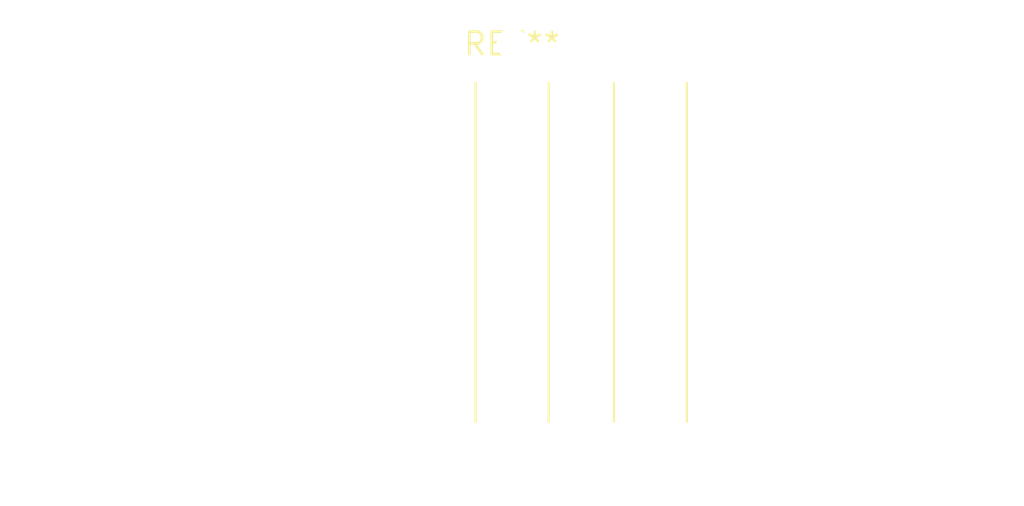
<source format=kicad_pcb>
(kicad_pcb (version 20240108) (generator pcbnew)
  (layers (0 "F.Cu" signal) (31 "B.Cu" signal) (34 "B.Paste" user) (35 "F.Paste" user) (36 "B.SilkS" user "B.Silkscreen") (37 "F.SilkS" user "F.Silkscreen") (38 "B.Mask" user) (39 "F.Mask" user) (44 "Edge.Cuts" user))
  (net 0 "")
  (footprint "SolderWire-1sqmm_1x02_P7.8mm_D1.4mm_OD3.9mm_Relief" (layer "F.Cu") (at 0 0)
    (property "Reference" "REF**")
    (property "Value" "SolderWire-1sqmm_1x02_P7.8mm_D1.4mm_OD3.9mm_Relief")
    (fp_line (start -2.06 2.21) (end -2.06 21.34) (layer "F.SilkS") (stroke (width 0.12)))
    (fp_line (start 2.06 2.21) (end 2.06 21.34) (layer "F.SilkS") (stroke (width 0.12)))
    (fp_line (start 5.74 2.21) (end 5.74 21.34) (layer "F.SilkS") (stroke (width 0.12)))
    (fp_line (start 9.86 2.21) (end 9.86 21.34) (layer "F.SilkS") (stroke (width 0.12)))
    (pad "" np_thru_hole circle (at 0 23.4) (size 4.4 4.4) (drill 4.4) (layers *.Cu *.Mask))
    (pad "" np_thru_hole circle (at 7.8 23.4) (size 4.4 4.4) (drill 4.4) (layers *.Cu *.Mask))
    (pad "1" thru_hole roundrect (at 0 0) (size 3.9 3.9) (drill 1.75) (layers *.Cu *.Mask) (remove_unused_layers) (roundrect_rratio 0.064103))
    (pad "2" thru_hole circle (at 7.8 0) (size 3.9 3.9) (drill 1.75) (layers *.Cu *.Mask) (remove_unused_layers))
  )
)
</source>
